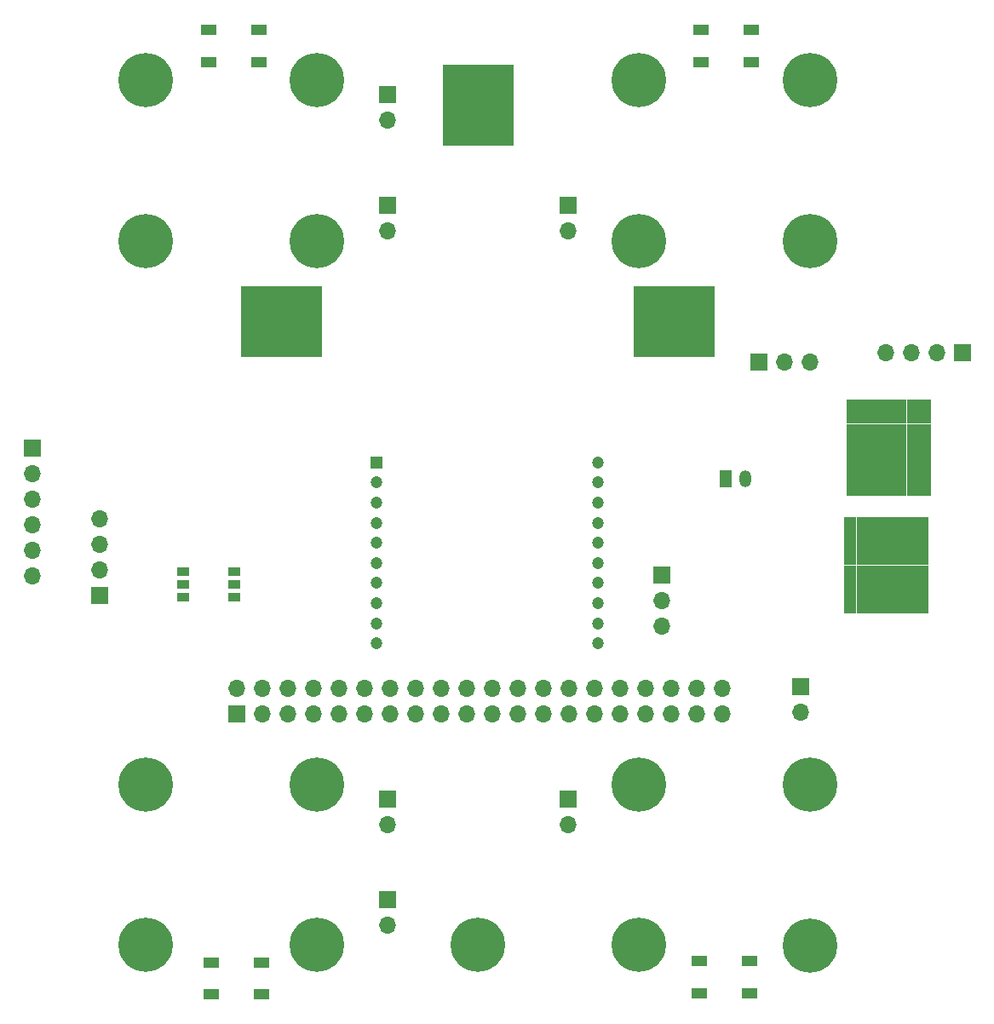
<source format=gbs>
G04 #@! TF.FileFunction,Soldermask,Bot*
%FSLAX46Y46*%
G04 Gerber Fmt 4.6, Leading zero omitted, Abs format (unit mm)*
G04 Created by KiCad (PCBNEW 4.0.7) date Thursday, 19 July 2018 'PMt' 15:05:03*
%MOMM*%
%LPD*%
G01*
G04 APERTURE LIST*
%ADD10C,0.100000*%
%ADD11C,5.400000*%
%ADD12C,0.800000*%
%ADD13R,1.200000X1.700000*%
%ADD14O,1.200000X1.700000*%
%ADD15R,1.270000X0.970000*%
%ADD16R,1.700000X1.700000*%
%ADD17O,1.700000X1.700000*%
%ADD18R,1.200000X1.200000*%
%ADD19R,1.600000X1.000000*%
%ADD20C,1.200000*%
%ADD21R,1.100000X1.100000*%
G04 APERTURE END LIST*
D10*
D11*
X108000000Y-118025000D03*
D12*
X110025000Y-118025000D03*
X109431891Y-119456891D03*
X108000000Y-120050000D03*
X106568109Y-119456891D03*
X105975000Y-118025000D03*
X106568109Y-116593109D03*
X108000000Y-116000000D03*
X109431891Y-116593109D03*
D11*
X108000000Y-102025000D03*
D12*
X110025000Y-102025000D03*
X109431891Y-103456891D03*
X108000000Y-104050000D03*
X106568109Y-103456891D03*
X105975000Y-102025000D03*
X106568109Y-100593109D03*
X108000000Y-100000000D03*
X109431891Y-100593109D03*
D11*
X91000000Y-102000000D03*
D12*
X93025000Y-102000000D03*
X92431891Y-103431891D03*
X91000000Y-104025000D03*
X89568109Y-103431891D03*
X88975000Y-102000000D03*
X89568109Y-100568109D03*
X91000000Y-99975000D03*
X92431891Y-100568109D03*
D11*
X91000000Y-117975000D03*
D12*
X93025000Y-117975000D03*
X92431891Y-119406891D03*
X91000000Y-120000000D03*
X89568109Y-119406891D03*
X88975000Y-117975000D03*
X89568109Y-116543109D03*
X91000000Y-115950000D03*
X92431891Y-116543109D03*
D11*
X75000000Y-117975000D03*
D12*
X77025000Y-117975000D03*
X76431891Y-119406891D03*
X75000000Y-120000000D03*
X73568109Y-119406891D03*
X72975000Y-117975000D03*
X73568109Y-116543109D03*
X75000000Y-115950000D03*
X76431891Y-116543109D03*
D11*
X58975000Y-117975000D03*
D12*
X61000000Y-117975000D03*
X60406891Y-119406891D03*
X58975000Y-120000000D03*
X57543109Y-119406891D03*
X56950000Y-117975000D03*
X57543109Y-116543109D03*
X58975000Y-115950000D03*
X60406891Y-116543109D03*
D11*
X42000000Y-117975000D03*
D12*
X44025000Y-117975000D03*
X43431891Y-119406891D03*
X42000000Y-120000000D03*
X40568109Y-119406891D03*
X39975000Y-117975000D03*
X40568109Y-116543109D03*
X42000000Y-115950000D03*
X43431891Y-116543109D03*
D11*
X59000000Y-102000000D03*
D12*
X61025000Y-102000000D03*
X60431891Y-103431891D03*
X59000000Y-104025000D03*
X57568109Y-103431891D03*
X56975000Y-102000000D03*
X57568109Y-100568109D03*
X59000000Y-99975000D03*
X60431891Y-100568109D03*
D11*
X42000000Y-102000000D03*
D12*
X44025000Y-102000000D03*
X43431891Y-103431891D03*
X42000000Y-104025000D03*
X40568109Y-103431891D03*
X39975000Y-102000000D03*
X40568109Y-100568109D03*
X42000000Y-99975000D03*
X43431891Y-100568109D03*
D11*
X58975000Y-48000000D03*
D12*
X61000000Y-48000000D03*
X60406891Y-49431891D03*
X58975000Y-50025000D03*
X57543109Y-49431891D03*
X56950000Y-48000000D03*
X57543109Y-46568109D03*
X58975000Y-45975000D03*
X60406891Y-46568109D03*
D11*
X42000000Y-48000000D03*
D12*
X44025000Y-48000000D03*
X43431891Y-49431891D03*
X42000000Y-50025000D03*
X40568109Y-49431891D03*
X39975000Y-48000000D03*
X40568109Y-46568109D03*
X42000000Y-45975000D03*
X43431891Y-46568109D03*
D11*
X42000000Y-32000000D03*
D12*
X44025000Y-32000000D03*
X43431891Y-33431891D03*
X42000000Y-34025000D03*
X40568109Y-33431891D03*
X39975000Y-32000000D03*
X40568109Y-30568109D03*
X42000000Y-29975000D03*
X43431891Y-30568109D03*
D11*
X59000000Y-32025000D03*
D12*
X61025000Y-32025000D03*
X60431891Y-33456891D03*
X59000000Y-34050000D03*
X57568109Y-33456891D03*
X56975000Y-32025000D03*
X57568109Y-30593109D03*
X59000000Y-30000000D03*
X60431891Y-30593109D03*
D11*
X90975000Y-48000000D03*
D12*
X93000000Y-48000000D03*
X92406891Y-49431891D03*
X90975000Y-50025000D03*
X89543109Y-49431891D03*
X88950000Y-48000000D03*
X89543109Y-46568109D03*
X90975000Y-45975000D03*
X92406891Y-46568109D03*
D11*
X91000000Y-32000000D03*
D12*
X93025000Y-32000000D03*
X92431891Y-33431891D03*
X91000000Y-34025000D03*
X89568109Y-33431891D03*
X88975000Y-32000000D03*
X89568109Y-30568109D03*
X91000000Y-29975000D03*
X92431891Y-30568109D03*
D13*
X99600000Y-71600000D03*
D14*
X101600000Y-71600000D03*
D15*
X50800000Y-83400000D03*
X50800000Y-82130000D03*
X50800000Y-80860000D03*
D16*
X37400000Y-83200000D03*
D17*
X37400000Y-80660000D03*
X37400000Y-78120000D03*
X37400000Y-75580000D03*
D16*
X30700000Y-68560000D03*
D17*
X30700000Y-71100000D03*
X30700000Y-73640000D03*
X30700000Y-76180000D03*
X30700000Y-78720000D03*
X30700000Y-81260000D03*
D15*
X45700000Y-83400000D03*
X45700000Y-82130000D03*
X45700000Y-80860000D03*
D16*
X93300000Y-81200000D03*
D17*
X93300000Y-83740000D03*
X93300000Y-86280000D03*
D16*
X84000000Y-44460000D03*
D17*
X84000000Y-47000000D03*
D16*
X84000000Y-103460000D03*
D17*
X84000000Y-106000000D03*
D16*
X66000000Y-44460000D03*
D17*
X66000000Y-47000000D03*
D16*
X51000000Y-95000000D03*
D17*
X51000000Y-92460000D03*
X53540000Y-95000000D03*
X53540000Y-92460000D03*
X56080000Y-95000000D03*
X56080000Y-92460000D03*
X58620000Y-95000000D03*
X58620000Y-92460000D03*
X61160000Y-95000000D03*
X61160000Y-92460000D03*
X63700000Y-95000000D03*
X63700000Y-92460000D03*
X66240000Y-95000000D03*
X66240000Y-92460000D03*
X68780000Y-95000000D03*
X68780000Y-92460000D03*
X71320000Y-95000000D03*
X71320000Y-92460000D03*
X73860000Y-95000000D03*
X73860000Y-92460000D03*
X76400000Y-95000000D03*
X76400000Y-92460000D03*
X78940000Y-95000000D03*
X78940000Y-92460000D03*
X81480000Y-95000000D03*
X81480000Y-92460000D03*
X84020000Y-95000000D03*
X84020000Y-92460000D03*
X86560000Y-95000000D03*
X86560000Y-92460000D03*
X89100000Y-95000000D03*
X89100000Y-92460000D03*
X91640000Y-95000000D03*
X91640000Y-92460000D03*
X94180000Y-95000000D03*
X94180000Y-92460000D03*
X96720000Y-95000000D03*
X96720000Y-92460000D03*
X99260000Y-95000000D03*
X99260000Y-92460000D03*
D16*
X66000000Y-103460000D03*
D17*
X66000000Y-106000000D03*
D16*
X66000000Y-33460000D03*
D17*
X66000000Y-36000000D03*
D16*
X66000000Y-113460000D03*
D17*
X66000000Y-116000000D03*
D16*
X102920000Y-60000000D03*
D17*
X105460000Y-60000000D03*
X108000000Y-60000000D03*
D18*
X112025000Y-84425000D03*
X112025000Y-83225000D03*
X112025000Y-82025000D03*
X112025000Y-80825000D03*
X112025000Y-79625000D03*
X112025000Y-78425000D03*
X112025000Y-77225000D03*
X112025000Y-76025000D03*
X113225000Y-76025000D03*
X113225000Y-77225000D03*
X113225000Y-78425000D03*
X113225000Y-79625000D03*
X113225000Y-80825000D03*
X113225000Y-82025000D03*
X113225000Y-83225000D03*
X113225000Y-84425000D03*
X114425000Y-84425000D03*
X114425000Y-83225000D03*
X114425000Y-82025000D03*
X114425000Y-80825000D03*
X114425000Y-79625000D03*
X114425000Y-78425000D03*
X114425000Y-77225000D03*
X114425000Y-76025000D03*
X115625000Y-76025000D03*
X115625000Y-77225000D03*
X115625000Y-78425000D03*
X115625000Y-79625000D03*
X115625000Y-80825000D03*
X115625000Y-82025000D03*
X115625000Y-83225000D03*
X115625000Y-84425000D03*
X116825000Y-84425000D03*
X116825000Y-83225000D03*
X116825000Y-82025000D03*
X116825000Y-80825000D03*
X116825000Y-79625000D03*
X116825000Y-78425000D03*
X116825000Y-77225000D03*
X116825000Y-76025000D03*
X118025000Y-76025000D03*
X118025000Y-77225000D03*
X118025000Y-78425000D03*
X118025000Y-79625000D03*
X118025000Y-80825000D03*
X118025000Y-82025000D03*
X118025000Y-83225000D03*
X118025000Y-84425000D03*
X119225000Y-84425000D03*
X119225000Y-83225000D03*
X119225000Y-82025000D03*
X119225000Y-80825000D03*
X119225000Y-79625000D03*
X119225000Y-78425000D03*
X119225000Y-77225000D03*
X119225000Y-76025000D03*
X112225000Y-72775000D03*
X112225000Y-71575000D03*
X112225000Y-70375000D03*
X112225000Y-69175000D03*
X112225000Y-67975000D03*
X112225000Y-66775000D03*
X112225000Y-65575000D03*
X112225000Y-64375000D03*
X113425000Y-64375000D03*
X113425000Y-65575000D03*
X113425000Y-66775000D03*
X113425000Y-67975000D03*
X113425000Y-69175000D03*
X113425000Y-70375000D03*
X113425000Y-71575000D03*
X113425000Y-72775000D03*
X114625000Y-72775000D03*
X114625000Y-71575000D03*
X114625000Y-70375000D03*
X114625000Y-69175000D03*
X114625000Y-67975000D03*
X114625000Y-66775000D03*
X114625000Y-65575000D03*
X114625000Y-64375000D03*
X115825000Y-64375000D03*
X115825000Y-65575000D03*
X115825000Y-66775000D03*
X115825000Y-67975000D03*
X115825000Y-69175000D03*
X115825000Y-70375000D03*
X115825000Y-71575000D03*
X115825000Y-72775000D03*
X117025000Y-72775000D03*
X117025000Y-71575000D03*
X117025000Y-70375000D03*
X117025000Y-69175000D03*
X117025000Y-67975000D03*
X117025000Y-66775000D03*
X117025000Y-65575000D03*
X117025000Y-64375000D03*
X118225000Y-64375000D03*
X118225000Y-65575000D03*
X118225000Y-66775000D03*
X118225000Y-67975000D03*
X118225000Y-69175000D03*
X118225000Y-70375000D03*
X118225000Y-71575000D03*
X118225000Y-72775000D03*
X119425000Y-72775000D03*
X119425000Y-71575000D03*
X119425000Y-70375000D03*
X119425000Y-69175000D03*
X119425000Y-67975000D03*
X119425000Y-66775000D03*
X119425000Y-65575000D03*
X119425000Y-64375000D03*
D19*
X48500000Y-122900000D03*
X48500000Y-119700000D03*
X53500000Y-122900000D03*
X53500000Y-119700000D03*
X97000000Y-122800000D03*
X97000000Y-119600000D03*
X102000000Y-122800000D03*
X102000000Y-119600000D03*
X102200000Y-27000000D03*
X102200000Y-30200000D03*
X97200000Y-27000000D03*
X97200000Y-30200000D03*
X53200000Y-27000000D03*
X53200000Y-30200000D03*
X48200000Y-27000000D03*
X48200000Y-30200000D03*
D16*
X107100000Y-92260000D03*
D17*
X107100000Y-94800000D03*
D18*
X64900000Y-70000000D03*
D20*
X64900000Y-72000000D03*
X64900000Y-74000000D03*
X64900000Y-76000000D03*
X64900000Y-78000000D03*
X64900000Y-80000000D03*
X64900000Y-82000000D03*
X64900000Y-84000000D03*
X64900000Y-86000000D03*
X64900000Y-88000000D03*
X86900000Y-88000000D03*
X86900000Y-86000000D03*
X86900000Y-84000000D03*
X86900000Y-82000000D03*
X86900000Y-80000000D03*
X86900000Y-78000000D03*
X86900000Y-76000000D03*
X86900000Y-74000000D03*
X86900000Y-72000000D03*
X86900000Y-70000000D03*
D16*
X123140000Y-59100000D03*
D17*
X120600000Y-59100000D03*
X118060000Y-59100000D03*
X115520000Y-59100000D03*
D21*
X91000000Y-56000000D03*
X91000000Y-57000000D03*
X91000000Y-58000000D03*
X91000000Y-59000000D03*
X91000000Y-55000000D03*
X91000000Y-54000000D03*
X91000000Y-53000000D03*
X92000000Y-53000000D03*
X93000000Y-53000000D03*
X94000000Y-53000000D03*
X95000000Y-53000000D03*
X96000000Y-53000000D03*
X97000000Y-53000000D03*
X98000000Y-53000000D03*
X98000000Y-54000000D03*
X98000000Y-55000000D03*
X98000000Y-56000000D03*
X98000000Y-57000000D03*
X98000000Y-58000000D03*
X98000000Y-59000000D03*
X97000000Y-59000000D03*
X96000000Y-59000000D03*
X95000000Y-59000000D03*
X94000000Y-59000000D03*
X93000000Y-59000000D03*
X92000000Y-59000000D03*
X92000000Y-58000000D03*
X93000000Y-58000000D03*
X94000000Y-58000000D03*
X95000000Y-58000000D03*
X96000000Y-58000000D03*
X97000000Y-58000000D03*
X97000000Y-57000000D03*
X96000000Y-57000000D03*
X95000000Y-57000000D03*
X94000000Y-57000000D03*
X93000000Y-57000000D03*
X92000000Y-57000000D03*
X92000000Y-56000000D03*
X93000000Y-56000000D03*
X94000000Y-56000000D03*
X95000000Y-56000000D03*
X96000000Y-56000000D03*
X97000000Y-56000000D03*
X97000000Y-55000000D03*
X96000000Y-55000000D03*
X95000000Y-55000000D03*
X94000000Y-55000000D03*
X93000000Y-55000000D03*
X92000000Y-55000000D03*
X92000000Y-54000000D03*
X93000000Y-54000000D03*
X94000000Y-54000000D03*
X95000000Y-54000000D03*
X96000000Y-54000000D03*
X97000000Y-54000000D03*
X59000000Y-56000000D03*
X59000000Y-55000000D03*
X59000000Y-54000000D03*
X59000000Y-53000000D03*
X59000000Y-57000000D03*
X59000000Y-58000000D03*
X59000000Y-59000000D03*
X58000000Y-59000000D03*
X57000000Y-59000000D03*
X56000000Y-59000000D03*
X55000000Y-59000000D03*
X54000000Y-59000000D03*
X53000000Y-59000000D03*
X52000000Y-59000000D03*
X52000000Y-58000000D03*
X52000000Y-57000000D03*
X52000000Y-56000000D03*
X52000000Y-55000000D03*
X52000000Y-54000000D03*
X52000000Y-53000000D03*
X53000000Y-53000000D03*
X54000000Y-53000000D03*
X55000000Y-53000000D03*
X56000000Y-53000000D03*
X57000000Y-53000000D03*
X58000000Y-53000000D03*
X58000000Y-54000000D03*
X57000000Y-54000000D03*
X56000000Y-54000000D03*
X55000000Y-54000000D03*
X54000000Y-54000000D03*
X53000000Y-54000000D03*
X53000000Y-55000000D03*
X54000000Y-55000000D03*
X55000000Y-55000000D03*
X56000000Y-55000000D03*
X57000000Y-55000000D03*
X58000000Y-55000000D03*
X58000000Y-56000000D03*
X57000000Y-56000000D03*
X56000000Y-56000000D03*
X55000000Y-56000000D03*
X54000000Y-56000000D03*
X53000000Y-56000000D03*
X53000000Y-57000000D03*
X54000000Y-57000000D03*
X55000000Y-57000000D03*
X56000000Y-57000000D03*
X57000000Y-57000000D03*
X58000000Y-57000000D03*
X58000000Y-58000000D03*
X57000000Y-58000000D03*
X56000000Y-58000000D03*
X55000000Y-58000000D03*
X54000000Y-58000000D03*
X53000000Y-58000000D03*
X75000000Y-38000000D03*
X76000000Y-38000000D03*
X77000000Y-38000000D03*
X78000000Y-38000000D03*
X74000000Y-38000000D03*
X73000000Y-38000000D03*
X72000000Y-38000000D03*
X72000000Y-37000000D03*
X72000000Y-36000000D03*
X72000000Y-35000000D03*
X72000000Y-34000000D03*
X72000000Y-33000000D03*
X72000000Y-32000000D03*
X72000000Y-31000000D03*
X73000000Y-31000000D03*
X74000000Y-31000000D03*
X75000000Y-31000000D03*
X76000000Y-31000000D03*
X77000000Y-31000000D03*
X78000000Y-31000000D03*
X78000000Y-32000000D03*
X78000000Y-33000000D03*
X78000000Y-34000000D03*
X78000000Y-35000000D03*
X78000000Y-36000000D03*
X78000000Y-37000000D03*
X77000000Y-37000000D03*
X77000000Y-36000000D03*
X77000000Y-35000000D03*
X77000000Y-34000000D03*
X77000000Y-33000000D03*
X77000000Y-32000000D03*
X76000000Y-32000000D03*
X76000000Y-33000000D03*
X76000000Y-34000000D03*
X76000000Y-35000000D03*
X76000000Y-36000000D03*
X76000000Y-37000000D03*
X75000000Y-37000000D03*
X75000000Y-36000000D03*
X75000000Y-35000000D03*
X75000000Y-34000000D03*
X75000000Y-33000000D03*
X75000000Y-32000000D03*
X74000000Y-32000000D03*
X74000000Y-33000000D03*
X74000000Y-34000000D03*
X74000000Y-35000000D03*
X74000000Y-36000000D03*
X74000000Y-37000000D03*
X73000000Y-37000000D03*
X73000000Y-36000000D03*
X73000000Y-35000000D03*
X73000000Y-34000000D03*
X73000000Y-33000000D03*
X73000000Y-32000000D03*
D11*
X108000000Y-32000000D03*
D12*
X110025000Y-32000000D03*
X109431891Y-33431891D03*
X108000000Y-34025000D03*
X106568109Y-33431891D03*
X105975000Y-32000000D03*
X106568109Y-30568109D03*
X108000000Y-29975000D03*
X109431891Y-30568109D03*
D11*
X108000000Y-48000000D03*
D12*
X110025000Y-48000000D03*
X109431891Y-49431891D03*
X108000000Y-50025000D03*
X106568109Y-49431891D03*
X105975000Y-48000000D03*
X106568109Y-46568109D03*
X108000000Y-45975000D03*
X109431891Y-46568109D03*
M02*

</source>
